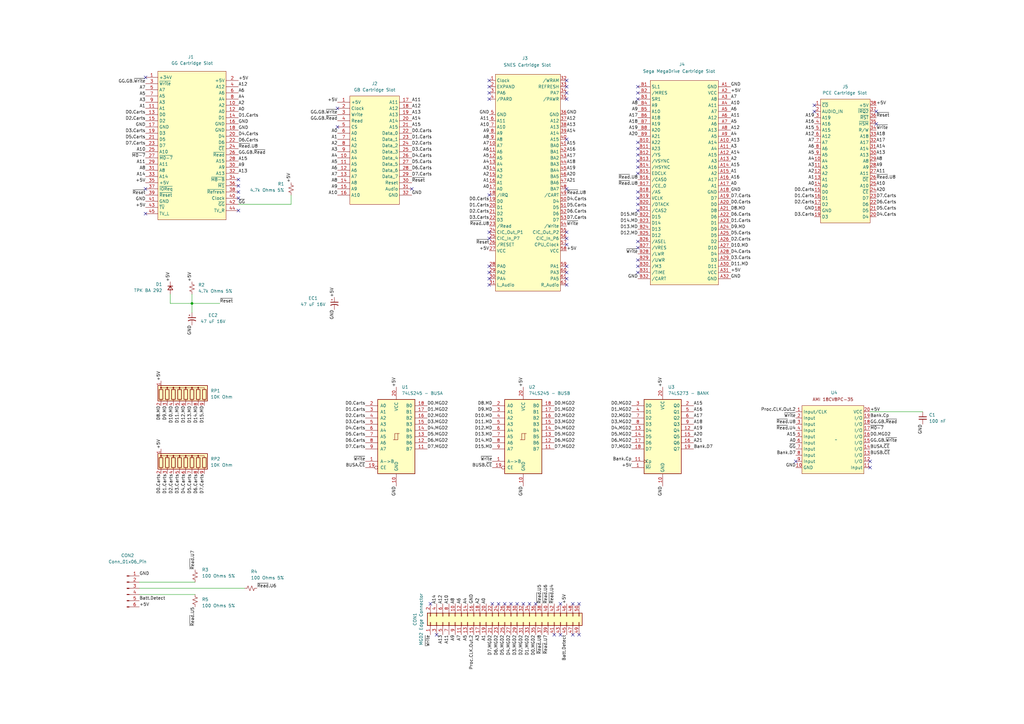
<source format=kicad_sch>
(kicad_sch (version 20250114) (generator "eeschema") (generator_version "9.0")
  (paper "A3")
  (lib_symbols
    (symbol "!MD02U-1:AMI_18CV8PC-35"
      (property "Reference" "U4" (at -1.27 1.27 0))
      (property "Value" "~" (at 0 0 0))
      (symbol "AMI_18CV8PC-35_1_1"
        (text "AMI 18CV8PC-35" (at -1.27 16.51 0) (effects (font (size 1.27 1.27))))
        (pin input line (at -16.51 11.43 0) (length 2.54) (name "Input/CLK") (number "1"))
        (pin input line (at -16.51 8.89 0) (length 2.54) (name "Input") (number "2"))
        (pin input line (at -16.51 6.35 0) (length 2.54) (name "Input") (number "3"))
        (pin input line (at -16.51 3.81 0) (length 2.54) (name "Input") (number "4"))
        (pin input line (at -16.51 1.27 0) (length 2.54) (name "Input") (number "5"))
        (pin input line (at -16.51 -1.27 0) (length 2.54) (name "Input") (number "6"))
        (pin input line (at -16.51 -3.81 0) (length 2.54) (name "Input") (number "7"))
        (pin input line (at -16.51 -6.35 0) (length 2.54) (name "Input") (number "8"))
        (pin input line (at -16.51 -8.89 0) (length 2.54) (name "Input") (number "9"))
        (pin power_in line (at -16.51 -11.43 0) (length 2.54) (name "GND") (number "10"))
        (pin power_in line (at 13.97 11.43 180) (length 2.54) (name "VCC") (number "20"))
        (pin bidirectional line (at 13.97 8.89 180) (length 2.54) (name "I/O") (number "19"))
        (pin bidirectional line (at 13.97 6.35 180) (length 2.54) (name "I/O") (number "18"))
        (pin bidirectional line (at 13.97 3.81 180) (length 2.54) (name "I/O") (number "17"))
        (pin bidirectional line (at 13.97 1.27 180) (length 2.54) (name "I/O") (number "16"))
        (pin bidirectional line (at 13.97 -1.27 180) (length 2.54) (name "I/O") (number "15"))
        (pin bidirectional line (at 13.97 -3.81 180) (length 2.54) (name "I/O") (number "14"))
        (pin bidirectional line (at 13.97 -6.35 180) (length 2.54) (name "I/O") (number "13"))
        (pin bidirectional line (at 13.97 -8.89 180) (length 2.54) (name "I/O") (number "12"))
        (pin input line (at 13.97 -11.43 180) (length 2.54) (name "Input") (number "11"))
      )
    )
    (symbol "!MD02U-1:Cart_Edge_Connector"
      (property "Reference" "J2" (at 0 15.24 0))
      (property "Value" "GB Cartridge Slot" (at 0 12.7 0))
      (symbol "Cart_Edge_Connector_1_1"
        (pin power_in line (at -15.24 7.62 0) (length 5.08) (name "+5V") (number "1"))
        (pin bidirectional line (at -15.24 5.08 0) (length 5.08) (name "Clock") (number "2"))
        (pin bidirectional line (at -15.24 2.54 0) (length 5.08) (name "Write") (number "3"))
        (pin bidirectional line (at -15.24 0 0) (length 5.08) (name "Read") (number "4"))
        (pin bidirectional line (at -15.24 -2.54 0) (length 5.08) (name "CS") (number "5"))
        (pin bidirectional line (at -15.24 -5.08 0) (length 5.08) (name "A0") (number "6"))
        (pin bidirectional line (at -15.24 -7.62 0) (length 5.08) (name "A1") (number "7"))
        (pin bidirectional line (at -15.24 -10.16 0) (length 5.08) (name "A2") (number "8"))
        (pin bidirectional line (at -15.24 -12.7 0) (length 5.08) (name "A3") (number "9"))
        (pin bidirectional line (at -15.24 -15.24 0) (length 5.08) (name "A4") (number "10"))
        (pin bidirectional line (at -15.24 -17.78 0) (length 5.08) (name "A5") (number "11"))
        (pin bidirectional line (at -15.24 -20.32 0) (length 5.08) (name "A6") (number "12"))
        (pin bidirectional line (at -15.24 -22.86 0) (length 5.08) (name "A7") (number "13"))
        (pin bidirectional line (at -15.24 -25.4 0) (length 5.08) (name "A8") (number "14"))
        (pin bidirectional line (at -15.24 -27.94 0) (length 5.08) (name "A9") (number "15"))
        (pin bidirectional line (at -15.24 -30.48 0) (length 5.08) (name "A10") (number "16"))
        (pin bidirectional line (at 15.24 7.62 180) (length 5.08) (name "A11") (number "17"))
        (pin bidirectional line (at 15.24 5.08 180) (length 5.08) (name "A12") (number "18"))
        (pin bidirectional line (at 15.24 2.54 180) (length 5.08) (name "A13") (number "19"))
        (pin bidirectional line (at 15.24 0 180) (length 5.08) (name "A14") (number "20"))
        (pin bidirectional line (at 15.24 -2.54 180) (length 5.08) (name "A15") (number "21"))
        (pin bidirectional line (at 15.24 -5.08 180) (length 5.08) (name "Data_0") (number "22"))
        (pin bidirectional line (at 15.24 -7.62 180) (length 5.08) (name "Data_1") (number "23"))
        (pin bidirectional line (at 15.24 -10.16 180) (length 5.08) (name "Data_2") (number "24"))
        (pin bidirectional line (at 15.24 -12.7 180) (length 5.08) (name "Data_3") (number "25"))
        (pin bidirectional line (at 15.24 -15.24 180) (length 5.08) (name "Data_4") (number "26"))
        (pin bidirectional line (at 15.24 -17.78 180) (length 5.08) (name "Data_5") (number "27"))
        (pin bidirectional line (at 15.24 -20.32 180) (length 5.08) (name "Data_6") (number "28"))
        (pin bidirectional line (at 15.24 -22.86 180) (length 5.08) (name "Data_7") (number "29"))
        (pin bidirectional line (at 15.24 -25.4 180) (length 5.08) (name "Reset") (number "30"))
        (pin bidirectional line (at 15.24 -27.94 180) (length 5.08) (name "Audio") (number "31"))
        (pin bidirectional line (at 15.24 -30.48 180) (length 5.08) (name "GND") (number "32"))
      )
    )
    (symbol "!MD02U-1:GG_Slot"
      (property "Reference" "J1" (at 18.034 26.416 0))
      (property "Value" "GG Cartridge Slot" (at 18.034 23.876 0))
      (symbol "GG_Slot_1_1"
        (pin power_in line (at -12.7 17.78 0) (length 5.08) (name "+34V") (number "1"))
        (pin input line (at -12.7 15.24 0) (length 5.08) (name "~{Write}") (number "3"))
        (pin input line (at -12.7 12.7 0) (length 5.08) (name "A7") (number "5"))
        (pin input line (at -12.7 10.16 0) (length 5.08) (name "A5") (number "7"))
        (pin input line (at -12.7 7.62 0) (length 5.08) (name "A3") (number "9"))
        (pin input line (at -12.7 5.08 0) (length 5.08) (name "A1") (number "11"))
        (pin bidirectional line (at -12.7 2.54 0) (length 5.08) (name "D0") (number "13"))
        (pin bidirectional line (at -12.7 0 0) (length 5.08) (name "D2") (number "15"))
        (pin power_in line (at -12.7 -2.54 0) (length 5.08) (name "GND") (number "17"))
        (pin bidirectional line (at -12.7 -5.08 0) (length 5.08) (name "D3") (number "19"))
        (pin bidirectional line (at -12.7 -7.62 0) (length 5.08) (name "D5") (number "21"))
        (pin bidirectional line (at -12.7 -10.16 0) (length 5.08) (name "D7") (number "23"))
        (pin input line (at -12.7 -12.7 0) (length 5.08) (name "A10") (number "25"))
        (pin input line (at -12.7 -15.24 0) (length 5.08) (name "~{M0-7}") (number "27"))
        (pin input line (at -12.7 -17.78 0) (length 5.08) (name "A11") (number "29"))
        (pin input line (at -12.7 -20.32 0) (length 5.08) (name "A8") (number "31"))
        (pin input line (at -12.7 -22.86 0) (length 5.08) (name "A14") (number "33"))
        (pin power_in line (at -12.7 -25.4 0) (length 5.08) (name "+5V") (number "35"))
        (pin input line (at -12.7 -27.94 0) (length 5.08) (name "~{IOReq}") (number "37"))
        (pin input line (at -12.7 -30.48 0) (length 5.08) (name "~{Reset}") (number "39"))
        (pin power_in line (at -12.7 -33.02 0) (length 5.08) (name "GND") (number "41"))
        (pin input line (at -12.7 -35.56 0) (length 5.08) (name "~{TV}") (number "43"))
        (pin input line (at -12.7 -38.1 0) (length 5.08) (name "TV_L") (number "45"))
        (pin power_in line (at 25.4 16.51 180) (length 5.08) (name "+5V") (number "2"))
        (pin input line (at 25.4 13.97 180) (length 5.08) (name "A12") (number "4"))
        (pin input line (at 25.4 11.43 180) (length 5.08) (name "A6") (number "6"))
        (pin input line (at 25.4 8.89 180) (length 5.08) (name "A4") (number "8"))
        (pin input line (at 25.4 6.35 180) (length 5.08) (name "A2") (number "10"))
        (pin input line (at 25.4 3.81 180) (length 5.08) (name "A0") (number "12"))
        (pin bidirectional line (at 25.4 1.27 180) (length 5.08) (name "D1") (number "14"))
        (pin power_in line (at 25.4 -1.27 180) (length 5.08) (name "GND") (number "16"))
        (pin power_in line (at 25.4 -3.81 180) (length 5.08) (name "GND") (number "18"))
        (pin bidirectional line (at 25.4 -6.35 180) (length 5.08) (name "D4") (number "20"))
        (pin bidirectional line (at 25.4 -8.89 180) (length 5.08) (name "D6") (number "22"))
        (pin input line (at 25.4 -11.43 180) (length 5.08) (name "~{CE}") (number "24"))
        (pin input line (at 25.4 -13.97 180) (length 5.08) (name "~{Read}") (number "26"))
        (pin input line (at 25.4 -16.51 180) (length 5.08) (name "A15") (number "28"))
        (pin input line (at 25.4 -19.05 180) (length 5.08) (name "A9") (number "30"))
        (pin input line (at 25.4 -21.59 180) (length 5.08) (name "A13") (number "32"))
        (pin input line (at 25.4 -24.13 180) (length 5.08) (name "~{M8-B}") (number "34"))
        (pin input line (at 25.4 -26.67 180) (length 5.08) (name "~{M1}") (number "36"))
        (pin input line (at 25.4 -29.21 180) (length 5.08) (name "~{Refresh}") (number "38"))
        (pin input line (at 25.4 -31.75 180) (length 5.08) (name "Clock") (number "40"))
        (pin input line (at 25.4 -34.29 180) (length 5.08) (name "~{GG}") (number "42"))
        (pin input line (at 25.4 -36.83 180) (length 5.08) (name "TV_R") (number "44"))
      )
    )
    (symbol "!MD02U-1:MD_Slot_1"
      (property "Reference" "J4" (at 19.05 26.67 0))
      (property "Value" "Sega Genesis Cartridge Slot" (at 19.05 24.13 0))
      (symbol "MD_Slot_1_1_1"
        (pin input line (at -12.7 17.78 0) (length 5.08) (name "SL1") (number "B1"))
        (pin input line (at -12.7 15.24 0) (length 5.08) (name "/MRES") (number "B2"))
        (pin input line (at -12.7 12.7 0) (length 5.08) (name "SR1") (number "B3"))
        (pin input line (at -12.7 10.16 0) (length 5.08) (name "A9") (number "B4"))
        (pin input line (at -12.7 7.62 0) (length 5.08) (name "A10") (number "B5"))
        (pin input line (at -12.7 5.08 0) (length 5.08) (name "A18") (number "B6"))
        (pin input line (at -12.7 2.54 0) (length 5.08) (name "A19") (number "B7"))
        (pin input line (at -12.7 0 0) (length 5.08) (name "A20") (number "B8"))
        (pin input line (at -12.7 -2.54 0) (length 5.08) (name "A21") (number "B9"))
        (pin input line (at -12.7 -5.08 0) (length 5.08) (name "A22") (number "B10"))
        (pin input line (at -12.7 -7.62 0) (length 5.08) (name "A23") (number "B11"))
        (pin input line (at -12.7 -10.16 0) (length 5.08) (name "/YS") (number "B12"))
        (pin input line (at -12.7 -12.7 0) (length 5.08) (name "/VSYNC") (number "B13"))
        (pin input line (at -12.7 -15.24 0) (length 5.08) (name "/HSYNC") (number "B14"))
        (pin input line (at -12.7 -17.78 0) (length 5.08) (name "EDCLK") (number "B15"))
        (pin input line (at -12.7 -20.32 0) (length 5.08) (name "/CAS0") (number "B16"))
        (pin input line (at -12.7 -22.86 0) (length 5.08) (name "/CE_0") (number "B17"))
        (pin input line (at -12.7 -25.4 0) (length 5.08) (name "/AS") (number "B18"))
        (pin input line (at -12.7 -27.94 0) (length 5.08) (name "VCLK") (number "B19"))
        (pin input line (at -12.7 -30.48 0) (length 5.08) (name "/DTACK") (number "B20"))
        (pin input line (at -12.7 -33.02 0) (length 5.08) (name "/CAS2") (number "B21"))
        (pin bidirectional line (at -12.7 -35.56 0) (length 5.08) (name "D15") (number "B22"))
        (pin bidirectional line (at -12.7 -38.1 0) (length 5.08) (name "D14") (number "B23"))
        (pin bidirectional line (at -12.7 -40.64 0) (length 5.08) (name "D13") (number "B24"))
        (pin bidirectional line (at -12.7 -43.18 0) (length 5.08) (name "D12") (number "B25"))
        (pin input line (at -12.7 -45.72 0) (length 5.08) (name "/ASEL") (number "B26"))
        (pin input line (at -12.7 -48.26 0) (length 5.08) (name "/VRES") (number "B27"))
        (pin input line (at -12.7 -50.8 0) (length 5.08) (name "/LWR") (number "B28"))
        (pin input line (at -12.7 -53.34 0) (length 5.08) (name "/UWR") (number "B29"))
        (pin input line (at -12.7 -55.88 0) (length 5.08) (name "/M3") (number "B30"))
        (pin input line (at -12.7 -58.42 0) (length 5.08) (name "/TIME") (number "B31"))
        (pin input line (at -12.7 -60.96 0) (length 5.08) (name "/CART") (number "B32"))
        (pin power_in line (at 25.4 17.78 180) (length 5.08) (name "GND") (number "A1"))
        (pin power_in line (at 25.4 15.24 180) (length 5.08) (name "VCC") (number "A2"))
        (pin input line (at 25.4 12.7 180) (length 5.08) (name "A8") (number "A3"))
        (pin input line (at 25.4 10.16 180) (length 5.08) (name "A11") (number "A4"))
        (pin input line (at 25.4 7.62 180) (length 5.08) (name "A7") (number "A5"))
        (pin input line (at 25.4 5.08 180) (length 5.08) (name "A12") (number "A6"))
        (pin input line (at 25.4 2.54 180) (length 5.08) (name "A6") (number "A7"))
        (pin input line (at 25.4 0 180) (length 5.08) (name "A13") (number "A8"))
        (pin input line (at 25.4 -2.54 180) (length 5.08) (name "A5") (number "A9"))
        (pin input line (at 25.4 -5.08 180) (length 5.08) (name "A14") (number "A10"))
        (pin input line (at 25.4 -7.62 180) (length 5.08) (name "A4") (number "A11"))
        (pin input line (at 25.4 -10.16 180) (length 5.08) (name "A15") (number "A12"))
        (pin input line (at 25.4 -12.7 180) (length 5.08) (name "A3") (number "A13"))
        (pin input line (at 25.4 -15.24 180) (length 5.08) (name "A16") (number "A14"))
        (pin input line (at 25.4 -17.78 180) (length 5.08) (name "A2") (number "A15"))
        (pin input line (at 25.4 -20.32 180) (length 5.08) (name "A17") (number "A16"))
        (pin input line (at 25.4 -22.86 180) (length 5.08) (name "A1") (number "A17"))
        (pin power_in line (at 25.4 -25.4 180) (length 5.08) (name "GND") (number "A18"))
        (pin bidirectional line (at 25.4 -27.94 180) (length 5.08) (name "D7") (number "A19"))
        (pin bidirectional line (at 25.4 -30.48 180) (length 5.08) (name "D0") (number "A20"))
        (pin bidirectional line (at 25.4 -33.02 180) (length 5.08) (name "D8") (number "A21"))
        (pin bidirectional line (at 25.4 -35.56 180) (length 5.08) (name "D6") (number "A22"))
        (pin bidirectional line (at 25.4 -38.1 180) (length 5.08) (name "D1") (number "A23"))
        (pin bidirectional line (at 25.4 -40.64 180) (length 5.08) (name "D9") (number "A24"))
        (pin bidirectional line (at 25.4 -43.18 180) (length 5.08) (name "D5") (number "A25"))
        (pin bidirectional line (at 25.4 -45.72 180) (length 5.08) (name "D2") (number "A26"))
        (pin bidirectional line (at 25.4 -48.26 180) (length 5.08) (name "D10") (number "A27"))
        (pin bidirectional line (at 25.4 -50.8 180) (length 5.08) (name "D4") (number "A28"))
        (pin bidirectional line (at 25.4 -53.34 180) (length 5.08) (name "D3") (number "A29"))
        (pin bidirectional line (at 25.4 -55.88 180) (length 5.08) (name "D11") (number "A30"))
        (pin power_in line (at 25.4 -58.42 180) (length 5.08) (name "VCC") (number "A31"))
        (pin power_in line (at 25.4 -60.96 180) (length 5.08) (name "GND") (number "A32"))
      )
    )
    (symbol "!MD02U-1:PCE_Cartridge_Slot"
      (property "Reference" "J5" (at 12.7 7.62 0))
      (property "Value" "PCE Cartridge Slot" (at 12.446 5.08 0))
      (symbol "PCE_Cartridge_Slot_0_0"
        (pin input line (at 0 0 0) (length 2.54) (name "~{CD}") (number "1"))
        (pin input line (at 0 -2.54 0) (length 2.54) (name "AUDIO_IN") (number "2"))
        (pin output line (at 0 -5.08 0) (length 2.54) (name "A19") (number "3"))
        (pin output line (at 0 -7.62 0) (length 2.54) (name "A16") (number "4"))
        (pin output line (at 0 -10.16 0) (length 2.54) (name "A15") (number "5"))
        (pin output line (at 0 -12.7 0) (length 2.54) (name "A12") (number "6"))
        (pin output line (at 0 -15.24 0) (length 2.54) (name "A7") (number "7"))
        (pin output line (at 0 -17.78 0) (length 2.54) (name "A6") (number "8"))
        (pin output line (at 0 -20.32 0) (length 2.54) (name "A5") (number "9"))
        (pin output line (at 0 -22.86 0) (length 2.54) (name "A4") (number "10"))
        (pin output line (at 0 -25.4 0) (length 2.54) (name "A3") (number "11"))
        (pin output line (at 0 -27.94 0) (length 2.54) (name "A2") (number "12"))
        (pin output line (at 0 -30.48 0) (length 2.54) (name "A1") (number "13"))
        (pin output line (at 0 -33.02 0) (length 2.54) (name "A0") (number "14"))
        (pin bidirectional line (at 0 -35.56 0) (length 2.54) (name "D0") (number "15"))
        (pin bidirectional line (at 0 -38.1 0) (length 2.54) (name "D1") (number "16"))
        (pin bidirectional line (at 0 -40.64 0) (length 2.54) (name "D2") (number "17"))
        (pin power_out line (at 0 -43.18 0) (length 2.54) (name "GND") (number "18"))
        (pin bidirectional line (at 0 -45.72 0) (length 2.54) (name "D3") (number "19"))
        (pin power_out line (at 25.4 0 180) (length 2.54) (name "+5V") (number "38"))
        (pin input line (at 25.4 -2.54 180) (length 2.54) (name "~{IRQ2}") (number "37"))
        (pin output line (at 25.4 -5.08 180) (length 2.54) (name "~{RST}") (number "36"))
        (pin output line (at 25.4 -7.62 180) (length 2.54) (name "~{HSM}") (number "35"))
        (pin output line (at 25.4 -10.16 180) (length 2.54) (name "R/W") (number "34"))
        (pin output line (at 25.4 -12.7 180) (length 2.54) (name "A18") (number "33"))
        (pin output line (at 25.4 -15.24 180) (length 2.54) (name "A17") (number "32"))
        (pin output line (at 25.4 -17.78 180) (length 2.54) (name "A14") (number "31"))
        (pin output line (at 25.4 -20.32 180) (length 2.54) (name "A13") (number "30"))
        (pin output line (at 25.4 -22.86 180) (length 2.54) (name "A8") (number "29"))
        (pin output line (at 25.4 -25.4 180) (length 2.54) (name "A9") (number "28"))
        (pin output line (at 25.4 -27.94 180) (length 2.54) (name "A11") (number "27"))
        (pin output line (at 25.4 -30.48 180) (length 2.54) (name "~{OE}") (number "26"))
        (pin output line (at 25.4 -33.02 180) (length 2.54) (name "A10") (number "25"))
        (pin output line (at 25.4 -35.56 180) (length 2.54) (name "~{CE}") (number "24"))
        (pin bidirectional line (at 25.4 -38.1 180) (length 2.54) (name "D7") (number "23"))
        (pin bidirectional line (at 25.4 -40.64 180) (length 2.54) (name "D6") (number "22"))
        (pin bidirectional line (at 25.4 -43.18 180) (length 2.54) (name "D5") (number "21"))
        (pin bidirectional line (at 25.4 -45.72 180) (length 2.54) (name "D4") (number "20"))
      )
    )
    (symbol "!MD02U-1:SNES_Connector"
      (property "Reference" "J3" (at -1.778 51.054 0))
      (property "Value" "~" (at 1.905 50.8 90))
      (symbol "SNES_Connector_1_1"
        (pin input line (at -15.24 41.91 0) (length 2.54) (name "Clock") (number "1"))
        (pin input line (at -15.24 39.37 0) (length 2.54) (name "EXPAND") (number "2"))
        (pin input line (at -15.24 36.83 0) (length 2.54) (name "PA6") (number "3"))
        (pin input line (at -15.24 34.29 0) (length 2.54) (name "/PARD") (number "4"))
        (pin power_in line (at -15.24 27.94 0) (length 2.54) (name "GND") (number "5"))
        (pin input line (at -15.24 25.4 0) (length 2.54) (name "A11") (number "6"))
        (pin input line (at -15.24 22.86 0) (length 2.54) (name "A10") (number "7"))
        (pin input line (at -15.24 20.32 0) (length 2.54) (name "A9") (number "8"))
        (pin input line (at -15.24 17.78 0) (length 2.54) (name "A8") (number "9"))
        (pin input line (at -15.24 15.24 0) (length 2.54) (name "A7") (number "10"))
        (pin input line (at -15.24 12.7 0) (length 2.54) (name "A6") (number "11"))
        (pin input line (at -15.24 10.16 0) (length 2.54) (name "A5") (number "12"))
        (pin input line (at -15.24 7.62 0) (length 2.54) (name "A4") (number "13"))
        (pin input line (at -15.24 5.08 0) (length 2.54) (name "A3") (number "14"))
        (pin input line (at -15.24 2.54 0) (length 2.54) (name "A2") (number "15"))
        (pin input line (at -15.24 0 0) (length 2.54) (name "A1") (number "16"))
        (pin input line (at -15.24 -2.54 0) (length 2.54) (name "A0") (number "17"))
        (pin input line (at -15.24 -5.08 0) (length 2.54) (name "/IRQ") (number "18"))
        (pin input line (at -15.24 -7.62 0) (length 2.54) (name "D0") (number "19"))
        (pin input line (at -15.24 -10.16 0) (length 2.54) (name "D1") (number "20"))
        (pin input line (at -15.24 -12.7 0) (length 2.54) (name "D2") (number "21"))
        (pin input line (at -15.24 -15.24 0) (length 2.54) (name "D3") (number "22"))
        (pin input line (at -15.24 -17.78 0) (length 2.54) (name "/Read") (number "23"))
        (pin input line (at -15.24 -20.32 0) (length 2.54) (name "CIC_Out_P1") (number "24"))
        (pin input line (at -15.24 -22.86 0) (length 2.54) (name "CIC_In_P7") (number "25"))
        (pin input line (at -15.24 -25.4 0) (length 2.54) (name "/RESET") (number "26"))
        (pin power_in line (at -15.24 -27.94 0) (length 2.54) (name "VCC") (number "27"))
        (pin input line (at -15.24 -34.29 0) (length 2.54) (name "PA0") (number "28"))
        (pin input line (at -15.24 -36.83 0) (length 2.54) (name "PA2") (number "29"))
        (pin input line (at -15.24 -39.37 0) (length 2.54) (name "PA4") (number "30"))
        (pin input line (at -15.24 -41.91 0) (length 2.54) (name "L_Audio") (number "31"))
        (pin input line (at 16.51 41.91 180) (length 2.54) (name "/WRAM") (number "32"))
        (pin input line (at 16.51 39.37 180) (length 2.54) (name "REFRESH") (number "33"))
        (pin input line (at 16.51 36.83 180) (length 2.54) (name "PA7") (number "34"))
        (pin input line (at 16.51 34.29 180) (length 2.54) (name "/PAWR") (number "35"))
        (pin power_in line (at 16.51 27.94 180) (length 2.54) (name "GND") (number "36"))
        (pin input line (at 16.51 25.4 180) (length 2.54) (name "A12") (number "37"))
        (pin input line (at 16.51 22.86 180) (length 2.54) (name "A13") (number "38"))
        (pin input line (at 16.51 20.32 180) (length 2.54) (name "A14") (number "39"))
        (pin input line (at 16.51 17.78 180) (length 2.54) (name "A15") (number "40"))
        (pin input line (at 16.51 15.24 180) (length 2.54) (name "BA0") (number "41"))
        (pin input line (at 16.51 12.7 180) (length 2.54) (name "BA1") (number "42"))
        (pin input line (at 16.51 10.16 180) (length 2.54) (name "BA2") (number "43"))
        (pin input line (at 16.51 7.62 180) (length 2.54) (name "BA3") (number "44"))
        (pin input line (at 16.51 5.08 180) (length 2.54) (name "BA4") (number "45"))
        (pin input line (at 16.51 2.54 180) (length 2.54) (name "BA5") (number "46"))
        (pin input line (at 16.51 0 180) (length 2.54) (name "BA6") (number "47"))
        (pin input line (at 16.51 -2.54 180) (length 2.54) (name "BA7") (number "48"))
        (pin input line (at 16.51 -5.08 180) (length 2.54) (name "/CART") (number "49"))
        (pin input line (at 16.51 -7.62 180) (length 2.54) (name "D4") (number "50"))
        (pin input line (at 16.51 -10.16 180) (length 2.54) (name "D5") (number "51"))
        (pin input line (at 16.51 -12.7 180) (length 2.54) (name "D6") (number "52"))
        (pin input line (at 16.51 -15.24 180) (length 2.54) (name "D7") (number "53"))
        (pin input line (at 16.51 -17.78 180) (length 2.54) (name "/Write") (number "54"))
        (pin input line (at 16.51 -20.32 180) (length 2.54) (name "CIC_Out_P2") (number "55"))
        (pin input line (at 16.51 -22.86 180) (length 2.54) (name "CIC_In_P6") (number "56"))
        (pin input line (at 16.51 -25.4 180) (length 2.54) (name "CPU_Clock") (number "57"))
        (pin power_in line (at 16.51 -27.94 180) (length 2.54) (name "VCC") (number "58"))
        (pin input line (at 16.51 -34.29 180) (length 2.54) (name "PA1") (number "59"))
        (pin input line (at 16.51 -36.83 180) (length 2.54) (name "PA3") (number "60"))
        (pin input line (at 16.51 -39.37 180) (length 2.54) (name "PA5") (number "61"))
        (pin input line (at 16.51 -41.91 180) (length 2.54) (name "R_Audio") (number "62"))
      )
    )
    (symbol "74xx:74LS245" (pin_names (offset 1.016))
      (property "Reference" "U" (at -7.62 16.51 0))
      (property "Value" "74LS245" (at -7.62 -16.51 0))
      (symbol "74LS245_1_0"
        (pin tri_state line (at -12.7 12.7 0) (length 5.08) (name "A0") (number "2"))
        (pin tri_state line (at -12.7 10.16 0) (length 5.08) (name "A1") (number "3"))
        (pin tri_state line (at -12.7 7.62 0) (length 5.08) (name "A2") (number "4"))
        (pin tri_state line (at -12.7 5.08 0) (length 5.08) (name "A3") (number "5"))
        (pin tri_state line (at -12.7 2.54 0) (length 5.08) (name "A4") (number "6"))
        (pin tri_state line (at -12.7 0 0) (length 5.08) (name "A5") (number "7"))
        (pin tri_state line (at -12.7 -2.54 0) (length 5.08) (name "A6") (number "8"))
        (pin tri_state line (at -12.7 -5.08 0) (length 5.08) (name "A7") (number "9"))
        (pin input line (at -12.7 -10.16 0) (length 5.08) (name "A->B") (number "1"))
        (pin input inverted (at -12.7 -12.7 0) (length 5.08) (name "CE") (number "19"))
        (pin power_in line (at 0 20.32 270) (length 5.08) (name "VCC") (number "20"))
        (pin power_in line (at 0 -20.32 90) (length 5.08) (name "GND") (number "10"))
        (pin tri_state line (at 12.7 12.7 180) (length 5.08) (name "B0") (number "18"))
        (pin tri_state line (at 12.7 10.16 180) (length 5.08) (name "B1") (number "17"))
        (pin tri_state line (at 12.7 7.62 180) (length 5.08) (name "B2") (number "16"))
        (pin tri_state line (at 12.7 5.08 180) (length 5.08) (name "B3") (number "15"))
        (pin tri_state line (at 12.7 2.54 180) (length 5.08) (name "B4") (number "14"))
        (pin tri_state line (at 12.7 0 180) (length 5.08) (name "B5") (number "13"))
        (pin tri_state line (at 12.7 -2.54 180) (length 5.08) (name "B6") (number "12"))
        (pin tri_state line (at 12.7 -5.08 180) (length 5.08) (name "B7") (number "11"))
      )
    )
    (symbol "74xx:74LS273"
      (property "Reference" "U" (at -7.62 16.51 0))
      (property "Value" "74LS273" (at -7.62 -16.51 0))
      (symbol "74LS273_1_0"
        (pin input line (at -12.7 12.7 0) (length 5.08) (name "D0") (number "3"))
        (pin input line (at -12.7 10.16 0) (length 5.08) (name "D1") (number "4"))
        (pin input line (at -12.7 7.62 0) (length 5.08) (name "D2") (number "7"))
        (pin input line (at -12.7 5.08 0) (length 5.08) (name "D3") (number "8"))
        (pin input line (at -12.7 2.54 0) (length 5.08) (name "D4") (number "13"))
        (pin input line (at -12.7 0 0) (length 5.08) (name "D5") (number "14"))
        (pin input line (at -12.7 -2.54 0) (length 5.08) (name "D6") (number "17"))
        (pin input line (at -12.7 -5.08 0) (length 5.08) (name "D7") (number "18"))
        (pin input clock (at -12.7 -10.16 0) (length 5.08) (name "Cp") (number "11"))
        (pin input line (at -12.7 -12.7 0) (length 5.08) (name "~{Mr}") (number "1"))
        (pin power_in line (at 0 20.32 270) (length 5.08) (name "VCC") (number "20"))
        (pin power_in line (at 0 -20.32 90) (length 5.08) (name "GND") (number "10"))
        (pin output line (at 12.7 12.7 180) (length 5.08) (name "Q0") (number "2"))
        (pin output line (at 12.7 10.16 180) (length 5.08) (name "Q1") (number "5"))
        (pin output line (at 12.7 7.62 180) (length 5.08) (name "Q2") (number "6"))
        (pin output line (at 12.7 5.08 180) (length 5.08) (name "Q3") (number "9"))
        (pin output line (at 12.7 2.54 180) (length 5.08) (name "Q4") (number "12"))
        (pin output line (at 12.7 0 180) (length 5.08) (name "Q5") (number "15"))
        (pin output line (at 12.7 -2.54 180) (length 5.08) (name "Q6") (number "16"))
        (pin output line (at 12.7 -5.08 180) (length 5.08) (name "Q7") (number "19"))
      )
    )
    (symbol "Connector:Conn_01x06_Pin" (pin_names (offset 1.016) (hide yes))
      (property "Reference" "J" (at 0 7.62 0))
      (property "Value" "Conn_01x06_Pin" (at 0 -10.16 0))
      (symbol "Conn_01x06_Pin_1_1"
        (pin passive line (at 5.08 5.08 180) (length 3.81) (name "Pin_1") (number "1"))
        (pin passive line (at 5.08 2.54 180) (length 3.81) (name "Pin_2") (number "2"))
        (pin passive line (at 5.08 0 180) (length 3.81) (name "Pin_3") (number "3"))
        (pin passive line (at 5.08 -2.54 180) (length 3.81) (name "Pin_4") (number "4"))
        (pin passive line (at 5.08 -5.08 180) (length 3.81) (name "Pin_5") (number "5"))
        (pin passive line (at 5.08 -7.62 180) (length 3.81) (name "Pin_6") (number "6"))
      )
    )
    (symbol "Connector_Generic:Conn_02x25_Odd_Even" (pin_names (offset 1.016) (hide yes))
      (property "Reference" "J" (at 1.27 33.02 0))
      (property "Value" "Conn_02x25_Odd_Even" (at 1.27 -33.02 0))
      (symbol "Conn_02x25_Odd_Even_1_1"
        (pin passive line (at -5.08 30.48 0) (length 3.81) (name "Pin_1") (number "1"))
        (pin passive line (at -5.08 27.94 0) (length 3.81) (name "Pin_3") (number "3"))
        (pin passive line (at -5.08 25.4 0) (length 3.81) (name "Pin_5") (number "5"))
        (pin passive line (at -5.08 22.86 0) (length 3.81) (name "Pin_7") (number "7"))
        (pin passive line (at -5.08 20.32 0) (length 3.81) (name "Pin_9") (number "9"))
        (pin passive line (at -5.08 17.78 0) (length 3.81) (name "Pin_11") (number "11"))
        (pin passive line (at -5.08 15.24 0) (length 3.81) (name "Pin_13") (number "13"))
        (pin passive line (at -5.08 12.7 0) (length 3.81) (name "Pin_15") (number "15"))
        (pin passive line (at -5.08 10.16 0) (length 3.81) (name "Pin_17") (number "17"))
        (pin passive line (at -5.08 7.62 0) (length 3.81) (name "Pin_19") (number "19"))
        (pin passive line (at -5.08 5.08 0) (length 3.81) (name "Pin_21") (number "21"))
        (pin passive line (at -5.08 2.54 0) (length 3.81) (name "Pin_23") (number "23"))
        (pin passive line (at -5.08 0 0) (length 3.81) (name "Pin_25") (number "25"))
        (pin passive line (at -5.08 -2.54 0) (length 3.81) (name "Pin_27") (number "27"))
        (pin passive line (at -5.08 -5.08 0) (length 3.81) (name "Pin_29") (number "29"))
        (pin passive line (at -5.08 -7.62 0) (length 3.81) (name "Pin_31") (number "31"))
        (pin passive line (at -5.08 -10.16 0) (length 3.81) (name "Pin_33") (number "33"))
        (pin passive line (at -5.08 -12.7 0) (length 3.81) (name "Pin_35") (number "35"))
        (pin passive line (at -5.08 -15.24 0) (length 3.81) (name "Pin_37") (number "37"))
        (pin passive line (at -5.08 -17.78 0) (length 3.81) (name "Pin_39") (number "39"))
        (pin passive line (at -5.08 -20.32 0) (length 3.81) (name "Pin_41") (number "41"))
        (pin passive line (at -5.08 -22.86 0) (length 3.81) (name "Pin_43") (number "43"))
        (pin passive line (at -5.08 -25.4 0) (length 3.81) (name "Pin_45") (number "45"))
        (pin passive line (at -5.08 -27.94 0) (length 3.81) (name "Pin_47") (number "47"))
        (pin passive line (at -5.08 -30.48 0) (length 3.81) (name "Pin_49") (number "49"))
        (pin passive line (at 7.62 30.48 180) (length 3.81) (name "Pin_2") (number "2"))
        (pin passive line (at 7.62 27.94 180) (length 3.81) (name "Pin_4") (number "4"))
        (pin passive line (at 7.62 25.4 180) (length 3.81) (name "Pin_6") (number "6"))
        (pin passive line (at 7.62 22.86 180) (length 3.81) (name "Pin_8") (number "8"))
        (pin passive line (at 7.62 20.32 180) (length 3.81) (name "Pin_10") (number "10"))
        (pin passive line (at 7.62 17.78 180) (length 3.81) (name "Pin_12") (number "12"))
        (pin passive line (at 7.62 15.24 180) (length 3.81) (name "Pin_14") (number "14"))
        (pin passive line (at 7.62 12.7 180) (length 3.81) (name "Pin_16") (number "16"))
        (pin passive line (at 7.62 10.16 180) (length 3.81) (name "Pin_18") (number "18"))
        (pin passive line (at 7.62 7.62 180) (length 3.81) (name "Pin_20") (number "20"))
        (pin passive line (at 7.62 5.08 180) (length 3.81) (name "Pin_22") (number "22"))
        (pin passive line (at 7.62 2.54 180) (length 3.81) (name "Pin_24") (number "24"))
        (pin passive line (at 7.62 0 180) (length 3.81) (name "Pin_26") (number "26"))
        (pin passive line (at 7.62 -2.54 180) (length 3.81) (name "Pin_28") (number "28"))
        (pin passive line (at 7.62 -5.08 180) (length 3.81) (name "Pin_30") (number "30"))
        (pin passive line (at 7.62 -7.62 180) (length 3.81) (name "Pin_32") (number "32"))
        (pin passive line (at 7.62 -10.16 180) (length 3.81) (name "Pin_34") (number "34"))
        (pin passive line (at 7.62 -12.7 180) (length 3.81) (name "Pin_36") (number "36"))
        (pin passive line (at 7.62 -15.24 180) (length 3.81) (name "Pin_38") (number "38"))
        (pin passive line (at 7.62 -17.78 180) (length 3.81) (name "Pin_40") (number "40"))
        (pin passive line (at 7.62 -20.32 180) (length 3.81) (name "Pin_42") (number "42"))
        (pin passive line (at 7.62 -22.86 180) (length 3.81) (name "Pin_44") (number "44"))
        (pin passive line (at 7.62 -25.4 180) (length 3.81) (name "Pin_46") (number "46"))
        (pin passive line (at 7.62 -27.94 180) (length 3.81) (name "Pin_48") (number "48"))
        (pin passive line (at 7.62 -30.48 180) (length 3.81) (name "Pin_50") (number "50"))
      )
    )
    (symbol "Device:C_Polarized_Small_US" (pin_numbers (hide yes)) (pin_names (offset 0.254) (hide yes))
      (property "Reference" "C" (at 0.254 1.778 0))
      (property "Value" "C_Polarized_Small_US" (at 0.254 -2.032 0))
      (symbol "C_Polarized_Small_US_1_1"
        (pin passive line (at 0 2.54 270) (length 2.032) (name "~") (number "1"))
        (pin passive line (at 0 -2.54 90) (length 2.032) (name "~") (number "2"))
      )
    )
    (symbol "Device:C_Small" (pin_numbers (hide yes)) (pin_names (offset 0.254) (hide yes))
      (property "Reference" "C" (at 0.254 1.778 0))
      (property "Value" "C_Small" (at 0.254 -2.032 0))
      (symbol "C_Small_1_1"
        (pin passive line (at 0 2.54 270) (length 2.032) (name "~") (number "1"))
        (pin passive line (at 0 -2.54 90) (length 2.032) (name "~") (number "2"))
      )
    )
    (symbol "Device:D_Small" (pin_numbers (hide yes)) (pin_names (offset 0.254) (hide yes))
      (property "Reference" "D" (at -1.27 2.032 0))
      (property "Value" "D_Small" (at -3.81 -2.032 0))
      (symbol "D_Small_1_1"
        (pin passive line (at -2.54 0 0) (length 1.778) (name "K") (number "1"))
        (pin passive line (at 2.54 0 180) (length 1.778) (name "A") (number "2"))
      )
    )
    (symbol "Device:R_Network08" (pin_names (offset 0) (hide yes))
      (property "Reference" "RN" (at -12.7 0 90))
      (property "Value" "R_Network08" (at 10.16 0 90))
      (symbol "R_Network08_1_1"
        (pin passive line (at -10.16 5.08 270) (length 2.54) (name "common") (number "1"))
        (pin passive line (at -10.16 -5.08 90) (length 1.27) (name "R1") (number "2"))
        (pin passive line (at -7.62 -5.08 90) (length 1.27) (name "R2") (number "3"))
        (pin passive line (at -5.08 -5.08 90) (length 1.27) (name "R3") (number "4"))
        (pin passive line (at -2.54 -5.08 90) (length 1.27) (name "R4") (number "5"))
        (pin passive line (at 0 -5.08 90) (length 1.27) (name "R5") (number "6"))
        (pin passive line (at 2.54 -5.08 90) (length 1.27) (name "R6") (number "7"))
        (pin passive line (at 5.08 -5.08 90) (length 1.27) (name "R7") (number "8"))
        (pin passive line (at 7.62 -5.08 90) (length 1.27) (name "R8") (number "9"))
      )
    )
    (symbol "Device:R_Small_US" (pin_numbers (hide yes)) (pin_names (offset 0.254) (hide yes))
      (property "Reference" "R" (at 0.762 0.508 0))
      (property "Value" "R_Small_US" (at 0.762 -1.016 0))
      (symbol "R_Small_US_1_1"
        (pin passive line (at 0 2.54 270) (length 1.016) (name "~") (number "1"))
        (pin passive line (at 0 -2.54 90) (length 1.016) (name "~") (number "2"))
      )
    )
  )
  (junction (at 78.74 124.46))
  (no_connect (at 232.41 38.1))
  (no_connect (at 334.01 43.18))
  (no_connect (at 200.66 109.22))
  (no_connect (at 261.62 66.04))
  (no_connect (at 261.62 106.68))
  (no_connect (at 217.17 247.65))
  (no_connect (at 261.62 101.6))
  (no_connect (at 97.79 73.66))
  (no_connect (at 59.69 87.63))
  (no_connect (at 261.62 63.5))
  (no_connect (at 212.09 247.65))
  (no_connect (at 261.62 71.12))
  (no_connect (at 97.79 81.28))
  (no_connect (at 261.62 35.56))
  (no_connect (at 261.62 68.58))
  (no_connect (at 138.43 44.45))
  (no_connect (at 200.66 111.76))
  (no_connect (at 229.87 247.65))
  (no_connect (at 261.62 78.74))
  (no_connect (at 229.87 260.35))
  (no_connect (at 232.41 116.84))
  (no_connect (at 59.69 31.75))
  (no_connect (at 97.79 78.74))
  (no_connect (at 232.41 100.33))
  (no_connect (at 232.41 57.15))
  (no_connect (at 176.53 247.65))
  (no_connect (at 261.62 83.82))
  (no_connect (at 261.62 111.76))
  (no_connect (at 261.62 99.06))
  (no_connect (at 234.95 260.35))
  (no_connect (at 261.62 38.1))
  (no_connect (at 359.41 50.8))
  (no_connect (at 356.87 189.23))
  (no_connect (at 261.62 86.36))
  (no_connect (at 200.66 97.79))
  (no_connect (at 168.91 77.47))
  (no_connect (at 227.33 260.35))
  (no_connect (at 138.43 52.07))
  (no_connect (at 237.49 260.35))
  (no_connect (at 326.39 189.23))
  (no_connect (at 232.41 97.79))
  (no_connect (at 232.41 95.25))
  (no_connect (at 200.66 114.3))
  (no_connect (at 97.79 76.2))
  (no_connect (at 200.66 38.1))
  (no_connect (at 261.62 81.28))
  (no_connect (at 214.63 247.65))
  (no_connect (at 219.71 247.65))
  (no_connect (at 356.87 191.77))
  (no_connect (at 232.41 114.3))
  (no_connect (at 232.41 77.47))
  (no_connect (at 209.55 247.65))
  (no_connect (at 359.41 45.72))
  (no_connect (at 200.66 40.64))
  (no_connect (at 204.47 247.65))
  (no_connect (at 200.66 35.56))
  (no_connect (at 232.41 33.02))
  (no_connect (at 261.62 109.22))
  (no_connect (at 179.07 260.35))
  (no_connect (at 232.41 35.56))
  (no_connect (at 261.62 40.64))
  (no_connect (at 261.62 60.96))
  (no_connect (at 334.01 45.72))
  (no_connect (at 232.41 40.64))
  (no_connect (at 232.41 111.76))
  (no_connect (at 200.66 116.84))
  (no_connect (at 261.62 58.42))
  (no_connect (at 237.49 247.65))
  (no_connect (at 201.93 247.65))
  (no_connect (at 232.41 109.22))
  (no_connect (at 59.69 77.47))
  (no_connect (at 97.79 86.36))
  (no_connect (at 200.66 80.01))
  (no_connect (at 207.01 247.65))
  (no_connect (at 234.95 247.65))
  (no_connect (at 200.66 33.02))
  (no_connect (at 200.66 95.25))
  (wire (pts (xy 90.17 124.46) (xy 78.74 124.46)))
  (wire (pts (xy 78.74 124.46) (xy 78.74 128.27)))
  (wire (pts (xy 69.85 124.46) (xy 78.74 124.46)))
  (wire (pts (xy 69.85 120.65) (xy 69.85 124.46)))
  (wire (pts (xy 78.74 124.46) (xy 78.74 120.65)))
  (wire (pts (xy 57.15 238.76) (xy 80.01 238.76)))
  (wire (pts (xy 119.38 80.01) (xy 119.38 83.82)))
  (wire (pts (xy 378.46 168.91) (xy 356.87 168.91)))
  (wire (pts (xy 57.15 241.3) (xy 100.33 241.3)))
  (wire (pts (xy 97.79 83.82) (xy 119.38 83.82)))
  (wire (pts (xy 57.15 243.84) (xy 80.01 243.84)))
  (label "D3.Carts" (at 168.91 62.23 0))
  (label "Bank.Cp" (at 259.08 189.23 180))
  (label "~{Read}.U5" (at 80.01 248.92 270))
  (label "D7.Carts" (at 359.41 81.28 0))
  (label "A15" (at 284.48 166.37 0))
  (label "A4" (at 138.43 64.77 180))
  (label "D7.Carts" (at 83.82 194.31 270))
  (label "D6.Carts" (at 81.28 194.31 270))
  (label "D7.Carts" (at 149.86 184.15 180))
  (label "D0.MGD2" (at 227.33 166.37 0))
  (label "A0" (at 334.01 76.2 180))
  (label "~{Read}.U4" (at 326.39 176.53 180))
  (label "A2" (at 196.85 247.65 90))
  (label "~{Read}.U8" (at 326.39 173.99 180))
  (label "D3.MGD2" (at 227.33 173.99 0))
  (label "D6.Carts" (at 299.72 88.9 0))
  (label "Batt.Detect" (at 232.41 260.35 270))
  (label "A9" (at 138.43 77.47 180))
  (label "A18" (at 232.41 67.31 0))
  (label "D0.Carts" (at 299.72 83.82 0))
  (label "GND" (at 168.91 80.01 0))
  (label "A0" (at 97.79 45.72 0))
  (label "+5V" (at 97.79 33.02 0))
  (label "+5V" (at 214.63 158.75 90))
  (label "A11" (at 184.15 260.35 270))
  (label "+5V" (at 299.72 38.1 0))
  (label "D5.Carts" (at 359.41 86.36 0))
  (label "~{Write}" (at 201.93 189.23 180))
  (label "GND" (at 232.41 46.99 0))
  (label "+5V" (at 299.72 111.76 0))
  (label "A19" (at 232.41 69.85 0))
  (label "A18" (at 284.48 173.99 0))
  (label "D10.MD" (at 71.12 166.37 270))
  (label "~{Write}" (at 149.86 189.23 180))
  (label "D1.Carts" (at 68.58 194.31 270))
  (label "D8.MD" (at 201.93 166.37 180))
  (label "~{Read}.U4" (at 227.33 247.65 90))
  (label "+5V" (at 359.41 43.18 0))
  (label "GND" (at 299.72 35.56 0))
  (label "D6.Carts" (at 97.79 58.42 0))
  (label "A1" (at 299.72 71.12 0))
  (label "D11.MD" (at 299.72 109.22 0))
  (label "A15" (at 232.41 59.69 0))
  (label "D3.Carts" (at 73.66 194.31 270))
  (label "D1.MGD2" (at 227.33 168.91 0))
  (label "D3.Carts" (at 59.69 54.61 180))
  (label "D5.Carts" (at 78.74 194.31 270))
  (label "A8" (at 59.69 69.85 180))
  (label "A3" (at 59.69 41.91 180))
  (label "D5.Carts" (at 232.41 85.09 0))
  (label "D4.Carts" (at 76.2 194.31 270))
  (label "D4.MGD2" (at 259.08 176.53 180))
  (label "A8" (at 200.66 57.15 180))
  (label "A1" (at 200.66 74.93 180))
  (label "A13" (at 359.41 63.5 0))
  (label "A6" (at 334.01 60.96 180))
  (label "GG.GB.~{Read}" (at 356.87 173.99 0))
  (label "A5" (at 299.72 50.8 0))
  (label "A8" (at 261.62 43.18 180))
  (label "~{Write}" (at 359.41 53.34 0))
  (label "GND" (at 137.16 127 270))
  (label "D13.MD" (at 201.93 179.07 180))
  (label "D1.MGD2" (at 259.08 168.91 180))
  (label "D3.MGD2" (at 175.26 173.99 0))
  (label "A8" (at 186.69 247.65 90))
  (label "A7" (at 299.72 40.64 0))
  (label "A14" (at 359.41 60.96 0))
  (label "GND" (at 78.74 133.35 270))
  (label "D6.Carts" (at 359.41 83.82 0))
  (label "A4" (at 299.72 55.88 0))
  (label "A9" (at 359.41 68.58 0))
  (label "GND" (at 59.69 52.07 180))
  (label "A14" (at 59.69 72.39 180))
  (label "D3.Carts" (at 149.86 173.99 180))
  (label "D12.MD" (at 201.93 176.53 180))
  (label "D6.MGD2" (at 204.47 260.35 270))
  (label "GND" (at 378.46 173.99 270))
  (label "A7" (at 334.01 58.42 180))
  (label "+5V" (at 259.08 191.77 180))
  (label "A7" (at 189.23 260.35 270))
  (label "A0" (at 200.66 77.47 180))
  (label "~{Read}.U7" (at 224.79 260.35 270))
  (label "+5V" (at 138.43 41.91 180))
  (label "A21" (at 232.41 74.93 0))
  (label "GND" (at 299.72 114.3 0))
  (label "A11" (at 168.91 41.91 0))
  (label "D7.MGD2" (at 175.26 184.15 0))
  (label "A14" (at 179.07 247.65 90))
  (label "D2.MGD2" (at 175.26 171.45 0))
  (label "A11" (at 359.41 71.12 0))
  (label "A12" (at 299.72 53.34 0))
  (label "D7.MGD2" (at 201.93 260.35 270))
  (label "A3" (at 334.01 68.58 180))
  (label "Proc.CLK.Out.2" (at 194.31 260.35 270))
  (label "A0" (at 299.72 76.2 0))
  (label "D1.Carts" (at 200.66 85.09 180))
  (label "A19" (at 261.62 53.34 180))
  (label "A21" (at 284.48 181.61 0))
  (label "A4" (at 97.79 40.64 0))
  (label "D10.MD" (at 299.72 101.6 0))
  (label "A8" (at 359.41 66.04 0))
  (label "BUSB.~{CE}" (at 356.87 186.69 0))
  (label "A6" (at 97.79 38.1 0))
  (label "GND" (at 194.31 247.65 90))
  (label "D3.MGD2" (at 212.09 260.35 270))
  (label "D7.Carts" (at 299.72 81.28 0))
  (label "+5V" (at 271.78 158.75 90))
  (label "A3" (at 196.85 260.35 270))
  (label "~{Reset}" (at 168.91 74.93 0))
  (label "D11.MD" (at 73.66 166.37 270))
  (label "D4.Carts" (at 168.91 64.77 0))
  (label "D3.Carts" (at 200.66 90.17 180))
  (label "A13" (at 97.79 71.12 0))
  (label "A9" (at 200.66 54.61 180))
  (label "D5.Carts" (at 299.72 96.52 0))
  (label "D0.Carts" (at 168.91 54.61 0))
  (label "A10" (at 359.41 76.2 0))
  (label "+5V" (at 356.87 168.91 0))
  (label "D1.MGD2" (at 175.26 168.91 0))
  (label "D9.MD" (at 201.93 168.91 180))
  (label "+5V" (at 162.56 158.75 90))
  (label "A16" (at 299.72 73.66 0))
  (label "~{M0-7}" (at 356.87 176.53 0))
  (label "~{GG}" (at 326.39 184.15 180))
  (label "D0.MGD2" (at 175.26 166.37 0))
  (label "A14" (at 299.72 63.5 0))
  (label "D2.Carts" (at 334.01 83.82 180))
  (label "BUSB.~{CE}" (at 201.93 191.77 180))
  (label "GND" (at 57.15 236.22 0))
  (label "Proc.CLK.Out.2" (at 326.39 168.91 180))
  (label "~{M0-7}" (at 59.69 64.77 180))
  (label "A13" (at 168.91 46.99 0))
  (label "D12.MD" (at 76.2 166.37 270))
  (label "D1.Carts" (at 168.91 57.15 0))
  (label "GND" (at 271.78 199.39 270))
  (label "+5V" (at 69.85 115.57 90))
  (label "A4" (at 334.01 66.04 180))
  (label "D1.Carts" (at 149.86 168.91 180))
  (label "A3" (at 299.72 60.96 0))
  (label "D4.Carts" (at 97.79 55.88 0))
  (label "D5.MGD2" (at 259.08 179.07 180))
  (label "A5" (at 191.77 260.35 270))
  (label "A10" (at 138.43 80.01 180))
  (label "+5V" (at 137.16 121.92 90))
  (label "A1" (at 199.39 260.35 270))
  (label "~{Read}.U8" (at 222.25 260.35 270))
  (label "D6.MGD2" (at 227.33 181.61 0))
  (label "D10.MD" (at 201.93 171.45 180))
  (label "A0" (at 199.39 247.65 90))
  (label "A7" (at 138.43 72.39 180))
  (label "BUSA.~{CE}" (at 356.87 184.15 0))
  (label "D7.Carts" (at 232.41 90.17 0))
  (label "+5V" (at 66.04 156.21 90))
  (label "A13" (at 232.41 52.07 0))
  (label "D2.Carts" (at 168.91 59.69 0))
  (label "A15" (at 168.91 52.07 0))
  (label "D2.Carts" (at 299.72 99.06 0))
  (label "A12" (at 168.91 44.45 0))
  (label "D7.MGD2" (at 259.08 184.15 180))
  (label "Bank.Cp" (at 356.87 171.45 0))
  (label "+5V" (at 232.41 247.65 90))
  (label "D2.MGD2" (at 259.08 171.45 180))
  (label "D6.Carts" (at 149.86 181.61 180))
  (label "A15" (at 326.39 179.07 180))
  (label "A16" (at 232.41 62.23 0))
  (label "D15.MD" (at 201.93 184.15 180))
  (label "+5V" (at 200.66 102.87 180))
  (label "D7.MGD2" (at 227.33 184.15 0))
  (label "A5" (at 59.69 39.37 180))
  (label "A19" (at 334.01 48.26 180))
  (label "A7" (at 200.66 59.69 180))
  (label "D5.Carts" (at 149.86 179.07 180))
  (label "~{Read}.U6" (at 105.41 241.3 0))
  (label "D3.MGD2" (at 259.08 173.99 180))
  (label "A13" (at 299.72 58.42 0))
  (label "GND" (at 326.39 191.77 180))
  (label "A20" (at 359.41 78.74 0))
  (label "+5V" (at 59.69 85.09 180))
  (label "A5" (at 200.66 64.77 180))
  (label "~{Read}.U8" (at 232.41 80.01 0))
  (label "A3" (at 138.43 62.23 180))
  (label "A16" (at 334.01 50.8 180))
  (label "A12" (at 334.01 55.88 180))
  (label "A10" (at 200.66 52.07 180))
  (label "GG.GB.~{Write}" (at 138.43 46.99 180))
  (label "D6.Carts" (at 168.91 69.85 0))
  (label "D14.MD" (at 261.62 91.44 180))
  (label "GND" (at 162.56 199.39 270))
  (label "D4.MGD2" (at 209.55 260.35 270))
  (label "A2" (at 299.72 66.04 0))
  (label "A0" (at 138.43 54.61 180))
  (label "A9" (at 261.62 45.72 180))
  (label "D7.Carts" (at 59.69 59.69 180))
  (label "D4.MGD2" (at 175.26 176.53 0))
  (label "A15" (at 299.72 68.58 0))
  (label "D0.MGD2" (at 219.71 260.35 270))
  (label "D15.MD" (at 261.62 88.9 180))
  (label "GG.GB.~{Read}" (at 97.79 63.5 0))
  (label "D14.MD" (at 81.28 166.37 270))
  (label "D14.MD" (at 201.93 181.61 180))
  (label "D4.Carts" (at 359.41 88.9 0))
  (label "A17" (at 359.41 58.42 0))
  (label "~{Reset}" (at 359.41 48.26 0))
  (label "A7" (at 59.69 36.83 180))
  (label "A0" (at 326.39 181.61 180))
  (label "A1" (at 138.43 57.15 180))
  (label "D4.Carts" (at 149.86 176.53 180))
  (label "D0.Carts" (at 149.86 166.37 180))
  (label "A19" (at 284.48 176.53 0))
  (label "D5.Carts" (at 168.91 67.31 0))
  (label "D5.Carts" (at 59.69 57.15 180))
  (label "A20" (at 261.62 55.88 180))
  (label "D2.Carts" (at 200.66 87.63 180))
  (label "A18" (at 261.62 50.8 180))
  (label "D2.Carts" (at 149.86 171.45 180))
  (label "~{GG}" (at 97.79 83.82 0))
  (label "A13" (at 181.61 260.35 270))
  (label "D4.MGD2" (at 227.33 176.53 0))
  (label "D6.MGD2" (at 175.26 181.61 0))
  (label "A20" (at 232.41 72.39 0))
  (label "+5V" (at 78.74 115.57 90))
  (label "D4.Carts" (at 299.72 104.14 0))
  (label "GND" (at 200.66 46.99 180))
  (label "A12" (at 181.61 247.65 90))
  (label "GND" (at 261.62 114.3 180))
  (label "A5" (at 138.43 67.31 180))
  (label "Batt.Detect" (at 57.15 246.38 0))
  (label "D13.MD" (at 78.74 166.37 270))
  (label "D6.Carts" (at 232.41 87.63 0))
  (label "~{Write}" (at 326.39 171.45 180))
  (label "A6" (at 138.43 69.85 180))
  (label "D0.MGD2" (at 356.87 179.07 0))
  (label "A15" (at 97.79 66.04 0))
  (label "D0.Carts" (at 334.01 78.74 180))
  (label "GG.GB.~{Write}" (at 59.69 34.29 180))
  (label "A18" (at 359.41 55.88 0))
  (label "+5V" (at 119.38 74.93 90))
  (label "A17" (at 232.41 64.77 0))
  (label "D5.MGD2" (at 207.01 260.35 270))
  (label "A1" (at 59.69 44.45 180))
  (label "A14" (at 168.91 49.53 0))
  (label "~{Reset}" (at 90.17 124.46 0))
  (label "A4" (at 191.77 247.65 90))
  (label "A11" (at 59.69 67.31 180))
  (label "D3.Carts" (at 299.72 106.68 0))
  (label "Bank.D7" (at 284.48 184.15 0))
  (label "D8.MD" (at 299.72 86.36 0))
  (label "~{Read}.U8" (at 261.62 73.66 180))
  (label "A16" (at 284.48 168.91 0))
  (label "GND" (at 299.72 78.74 0))
  (label "~{Read}.U8" (at 97.79 60.96 0))
  (label "A2" (at 97.79 43.18 0))
  (label "D4.Carts" (at 232.41 82.55 0))
  (label "~{Read}.U8" (at 261.62 76.2 180))
  (label "+5V" (at 232.41 102.87 0))
  (label "A11" (at 200.66 49.53 180))
  (label "D9.MD" (at 68.58 166.37 270))
  (label "D7.Carts" (at 168.91 72.39 0))
  (label "D3.Carts" (at 334.01 88.9 180))
  (label "Bank.D7" (at 326.39 186.69 180))
  (label "~{Write}" (at 261.62 104.14 180))
  (label "+5V" (at 57.15 248.92 0))
  (label "GND" (at 334.01 86.36 180))
  (label "~{Write}" (at 232.41 92.71 0))
  (label "A9" (at 186.69 260.35 270))
  (label "A6" (at 299.72 45.72 0))
  (label "D1.Carts" (at 299.72 91.44 0))
  (label "D2.Carts" (at 59.69 49.53 180))
  (label "D1.Carts" (at 334.01 81.28 180))
  (label "D5.MGD2" (at 175.26 179.07 0))
  (label "GG.GB.~{Write}" (at 356.87 181.61 0))
  (label "D0.Carts" (at 59.69 46.99 180))
  (label "A17" (at 284.48 171.45 0))
  (label "D2.Carts" (at 71.12 194.31 270))
  (label "D11.MD" (at 201.93 173.99 180))
  (label "D15.MD" (at 83.82 166.37 270))
  (label "A3" (at 200.66 69.85 180))
  (label "D2.MGD2" (at 227.33 171.45 0))
  (label "A5" (at 334.01 63.5 180))
  (label "A12" (at 232.41 49.53 0))
  (label "GND" (at 97.79 53.34 0))
  (label "A10" (at 184.15 247.65 90))
  (label "GND" (at 214.63 199.39 270))
  (label "D6.MGD2" (at 259.08 181.61 180))
  (label "D13.MD" (at 261.62 93.98 180))
  (label "D12.MD" (at 261.62 96.52 180))
  (label "A10" (at 299.72 43.18 0))
  (label "A4" (at 200.66 67.31 180))
  (label "BUSA.~{CE}" (at 149.86 191.77 180))
  (label "A12" (at 97.79 35.56 0))
  (label "A1" (at 334.01 73.66 180))
  (label "D9.MD" (at 299.72 93.98 0))
  (label "~{Reset}" (at 200.66 100.33 180))
  (label "A6" (at 200.66 62.23 180))
  (label "~{Write}" (at 176.53 260.35 270))
  (label "A9" (at 97.79 68.58 0))
  (label "~{Read}.U6" (at 224.79 247.65 90))
  (label "D5.MGD2" (at 227.33 179.07 0))
  (label "+5V" (at 59.69 74.93 180))
  (label "D2.MGD2" (at 214.63 260.35 270))
  (label "D8.MD" (at 66.04 166.37 270))
  (label "A17" (at 261.62 48.26 180))
  (label "GND" (at 97.79 50.8 0))
  (label "A14" (at 232.41 54.61 0))
  (label "D1.Carts" (at 97.79 48.26 0))
  (label "A2" (at 200.66 72.39 180))
  (label "D0.Carts" (at 66.04 194.31 270))
  (label "D0.MGD2" (at 259.08 166.37 180))
  (label "~{Read}.U7" (at 80.01 233.68 90))
  (label "A11" (at 299.72 48.26 0))
  (label "A2" (at 334.01 71.12 180))
  (label "D1.MGD2" (at 217.17 260.35 270))
  (label "D0.Carts" (at 200.66 82.55 180))
  (label "~{Reset}" (at 59.69 80.01 180))
  (label "~{Read}.U8" (at 359.41 73.66 0))
  (label "GND" (at 59.69 82.55 180))
  (label "A10" (at 59.69 62.23 180))
  (label "+5V" (at 66.04 184.15 90))
  (label "A20" (at 284.48 179.07 0))
  (label "A2" (at 138.43 59.69 180))
  (label "~{Read}.U8" (at 200.66 92.71 180))
  (label "A6" (at 189.23 247.65 90))
  (label "~{Read}.U5" (at 222.25 247.65 90))
  (label "GG.GB.~{Read}" (at 138.43 49.53 180))
  (label "A15" (at 334.01 53.34 180))
  (label "A8" (at 138.43 74.93 180))
  (symbol (lib_id "Device:R_Network08") (at 76.2 161.29 0) (unit 1)
    (property "Reference" "RP1" (at 86.36 160.2739 0) (effects (justify left)))
    (property "Value" "10K Ohm" (at 86.36 162.8139 0) (effects (justify left)))
    (property "Footprint" "Resistor_THT:R_Array_SIP9" (effects (hide yes)))
    (property "Datasheet" "http://www.vishay.com/docs/31509/csc.pdf" (effects (hide yes)))
    (property "Description" "8 resistor network, star topology, bussed resistors, small symbol" (effects (hide yes)))
  )
  (symbol (lib_id "Device:R_Small_US") (at 119.38 77.47 180) (unit 1)
    (property "Reference" "R1" (at 116.586 75.438 0) (effects (justify left)))
    (property "Value" "4.7k Ohms 5%" (at 116.586 77.978 0) (effects (justify left)))
    (property "Footprint" "!MD02U-1:THT Resistor" (effects (hide yes)))
    (property "Description" "Resistor, small US symbol" (effects (hide yes)))
  )
  (symbol (lib_id "!MD02U-1:AMI_18CV8PC-35") (at 342.9 180.34 0) (unit 1)
    (property "Reference" "U4" (at 342.138 161.036 0))
    (property "Value" "~" (at 342.9 180.34 0))
    (property "Footprint" "Package_DIP:DIP-20_W7.62mm_Socket" (effects (hide yes)))
  )
  (symbol (lib_id "Device:R_Network08") (at 76.2 189.23 0) (unit 1)
    (property "Reference" "RP2" (at 86.36 188.2139 0) (effects (justify left)))
    (property "Value" "10K Ohm" (at 86.36 190.7539 0) (effects (justify left)))
    (property "Footprint" "Resistor_THT:R_Array_SIP9" (effects (hide yes)))
    (property "Datasheet" "http://www.vishay.com/docs/31509/csc.pdf" (effects (hide yes)))
    (property "Description" "8 resistor network, star topology, bussed resistors, small symbol" (effects (hide yes)))
  )
  (symbol (lib_id "Connector_Generic:Conn_02x25_Odd_Even") (at 207.01 255.27 90) (unit 1)
    (property "Reference" "CON1" (at 170.18 254 0))
    (property "Value" "MGD2 Edge Connector" (at 172.72 254 0))
    (property "Footprint" "!MD02U-1:MGD2 Edge Connector" (effects (hide yes)))
    (property "Description" "Generic connector, double row, 02x25, odd/even pin numbering scheme (row 1 odd numbers, row 2 even numbers), script generated (kicad-library-utils/schlib/autogen/connector/)" (effects (hide yes)))
  )
  (symbol (lib_id "74xx:74LS245") (at 214.63 179.07 0) (unit 1)
    (property "Reference" "U2" (at 216.8241 158.75 0) (effects (justify left)))
    (property "Value" "74LS245 - BUSB" (at 216.8241 161.29 0) (effects (justify left)))
    (property "Footprint" "Package_DIP:DIP-20_W7.62mm_Socket" (effects (hide yes)))
    (property "Datasheet" "http://www.ti.com/lit/gpn/sn74LS245" (effects (hide yes)))
    (property "Description" "Octal BUS Transceivers, 3-State outputs" (effects (hide yes)))
  )
  (symbol (lib_id "!MD02U-1:GG_Slot") (at 72.39 49.53 0) (unit 1)
    (property "Reference" "J1" (at 79.502 23.368 0) (effects (justify right)))
    (property "Value" "GG Cartridge Slot" (at 87.376 25.908 0) (effects (justify right)))
    (property "Footprint" "!MD02U-1:GG Cartridge Slot" (effects (hide yes)))
  )
  (symbol (lib_id "!MD02U-1:MD_Slot_1") (at 274.32 53.34 0) (unit 1)
    (property "Reference" "J4" (at 280.924 26.416 0) (effects (justify right)))
    (property "Value" "Sega MegaDrive Cartridge Slot" (at 293.37 29.21 0) (effects (justify right)))
    (property "Footprint" "!MD02U-1:MD Cartridge Slot" (effects (hide yes)))
  )
  (symbol (lib_id "Device:C_Small") (at 378.46 171.45 0) (unit 1)
    (property "Reference" "C1" (at 381 170.1862 0) (effects (justify left)))
    (property "Value" "100 nF" (at 381 172.7262 0) (effects (justify left)))
    (property "Footprint" "Capacitor_THT:C_Disc_D5.0mm_W2.5mm_P5.00mm" (effects (hide yes)))
    (property "Description" "Unpolarized capacitor, small symbol" (effects (hide yes)))
  )
  (symbol (lib_id "Device:R_Small_US") (at 102.87 241.3 90) (unit 1)
    (property "Reference" "R4" (at 102.87 234.442 90) (effects (justify right)))
    (property "Value" "100 Ohms 5%" (at 102.87 236.982 90) (effects (justify right)))
    (property "Footprint" "!MD02U-1:THT Resistor" (effects (hide yes)))
    (property "Description" "Resistor, small US symbol" (effects (hide yes)))
  )
  (symbol (lib_id "Device:R_Small_US") (at 80.01 236.22 180) (unit 1)
    (property "Reference" "R3" (at 82.804 233.68 0) (effects (justify right)))
    (property "Value" "100 Ohms 5%" (at 82.804 236.22 0) (effects (justify right)))
    (property "Footprint" "!MD02U-1:THT Resistor" (effects (hide yes)))
    (property "Description" "Resistor, small US symbol" (effects (hide yes)))
  )
  (symbol (lib_id "74xx:74LS273") (at 271.78 179.07 0) (unit 1)
    (property "Reference" "U3" (at 273.9741 158.75 0) (effects (justify left)))
    (property "Value" "74LS273 - BANK" (at 273.9741 161.29 0) (effects (justify left)))
    (property "Footprint" "Package_DIP:DIP-20_W7.62mm_Socket" (effects (hide yes)))
    (property "Datasheet" "http://www.ti.com/lit/gpn/sn74LS273" (effects (hide yes)))
    (property "Description" "8-bit D Flip-Flop, reset" (effects (hide yes)))
  )
  (symbol (lib_id "!MD02U-1:SNES_Connector") (at 215.9 74.93 0) (unit 1)
    (property "Reference" "J3" (at 214.122 23.876 0) (effects (justify left)))
    (property "Value" "SNES Cartridge Slot" (at 206.502 26.67 0) (effects (justify left)))
    (property "Footprint" "!MD02U-1:SNES Cartridge Slot" (effects (hide yes)))
  )
  (symbol (lib_id "Device:C_Polarized_Small_US") (at 78.74 130.81 0) (unit 1)
    (property "Reference" "EC2" (at 87.376 129.286 0))
    (property "Value" "47 uF 16V" (at 87.376 131.826 0))
    (property "Footprint" "Capacitor_THT:CP_Radial_D5.0mm_P2.50mm" (effects (hide yes)))
    (property "Description" "Polarized capacitor, small US symbol" (effects (hide yes)))
  )
  (symbol (lib_id "Device:D_Small") (at 69.85 118.11 270) (unit 1)
    (property "Reference" "D1" (at 66.548 116.586 90) (effects (justify right)))
    (property "Value" "TPK BA 292" (at 66.548 119.126 90) (effects (justify right)))
    (property "Footprint" "Diode_THT:D_A-405_P7.62mm_Horizontal" (effects (hide yes)))
    (property "Description" "Diode, small symbol" (effects (hide yes)))
    (property "Sim.Device" "D" (effects (hide yes)))
    (property "Sim.Pins" "1=K 2=A" (effects (hide yes)))
  )
  (symbol (lib_id "Device:C_Polarized_Small_US") (at 137.16 124.46 0) (unit 1)
    (property "Reference" "EC1" (at 128.397 122.301 0))
    (property "Value" "47 uF 16V" (at 128.397 124.841 0))
    (property "Footprint" "Capacitor_THT:CP_Radial_D5.0mm_P2.50mm" (effects (hide yes)))
    (property "Description" "Polarized capacitor, small US symbol" (effects (hide yes)))
  )
  (symbol (lib_id "Device:R_Small_US") (at 80.01 246.38 0) (unit 1)
    (property "Reference" "R5" (at 82.804 245.872 0) (effects (justify left)))
    (property "Value" "100 Ohms 5%" (at 82.804 248.412 0) (effects (justify left)))
    (property "Footprint" "!MD02U-1:THT Resistor" (effects (hide yes)))
    (property "Description" "Resistor, small US symbol" (effects (hide yes)))
  )
  (symbol (lib_id "Connector:Conn_01x06_Pin") (at 52.07 241.3 0) (unit 1)
    (property "Reference" "CON2" (at 52.324 227.838 0))
    (property "Value" "Conn_01x06_Pin" (at 52.324 230.378 0))
    (property "Footprint" "Connector_PinHeader_2.54mm:PinHeader_1x06_P2.54mm_Vertical" (effects (hide yes)))
    (property "Description" "Generic connector, single row, 01x06, script generated" (effects (hide yes)))
  )
  (symbol (lib_id "Device:R_Small_US") (at 78.74 118.11 0) (unit 1)
    (property "Reference" "R2" (at 81.28 116.8399 0) (effects (justify left)))
    (property "Value" "4.7k Ohms 5%" (at 81.28 119.3799 0) (effects (justify left)))
    (property "Footprint" "!MD02U-1:THT Resistor" (effects (hide yes)))
    (property "Description" "Resistor, small US symbol" (effects (hide yes)))
  )
  (symbol (lib_id "!MD02U-1:PCE_Cartridge_Slot") (at 334.01 43.18 0) (unit 1)
    (property "Reference" "J5" (at 346.71 35.56 0))
    (property "Value" "PCE Cartridge Slot" (at 346.456 38.1 0))
    (property "Footprint" "!MD02U-1:PCE Edge Connector" (effects (hide yes)))
  )
  (symbol (lib_id "74xx:74LS245") (at 162.56 179.07 0) (unit 1)
    (property "Reference" "U1" (at 164.7541 158.75 0) (effects (justify left)))
    (property "Value" "74LS245 - BUSA" (at 164.7541 161.29 0) (effects (justify left)))
    (property "Footprint" "Package_DIP:DIP-20_W7.62mm_Socket" (effects (hide yes)))
    (property "Datasheet" "http://www.ti.com/lit/gpn/sn74LS245" (effects (hide yes)))
    (property "Description" "Octal BUS Transceivers, 3-State outputs" (effects (hide yes)))
  )
  (symbol (lib_id "!MD02U-1:Cart_Edge_Connector") (at 153.67 49.53 0) (unit 1)
    (property "Reference" "J2" (at 153.67 34.29 0))
    (property "Value" "GB Cartridge Slot" (at 153.67 36.83 0))
    (property "Footprint" "!MD02U-1:GB Cartridge Slot" (effects (hide yes)))
  )
)
</source>
